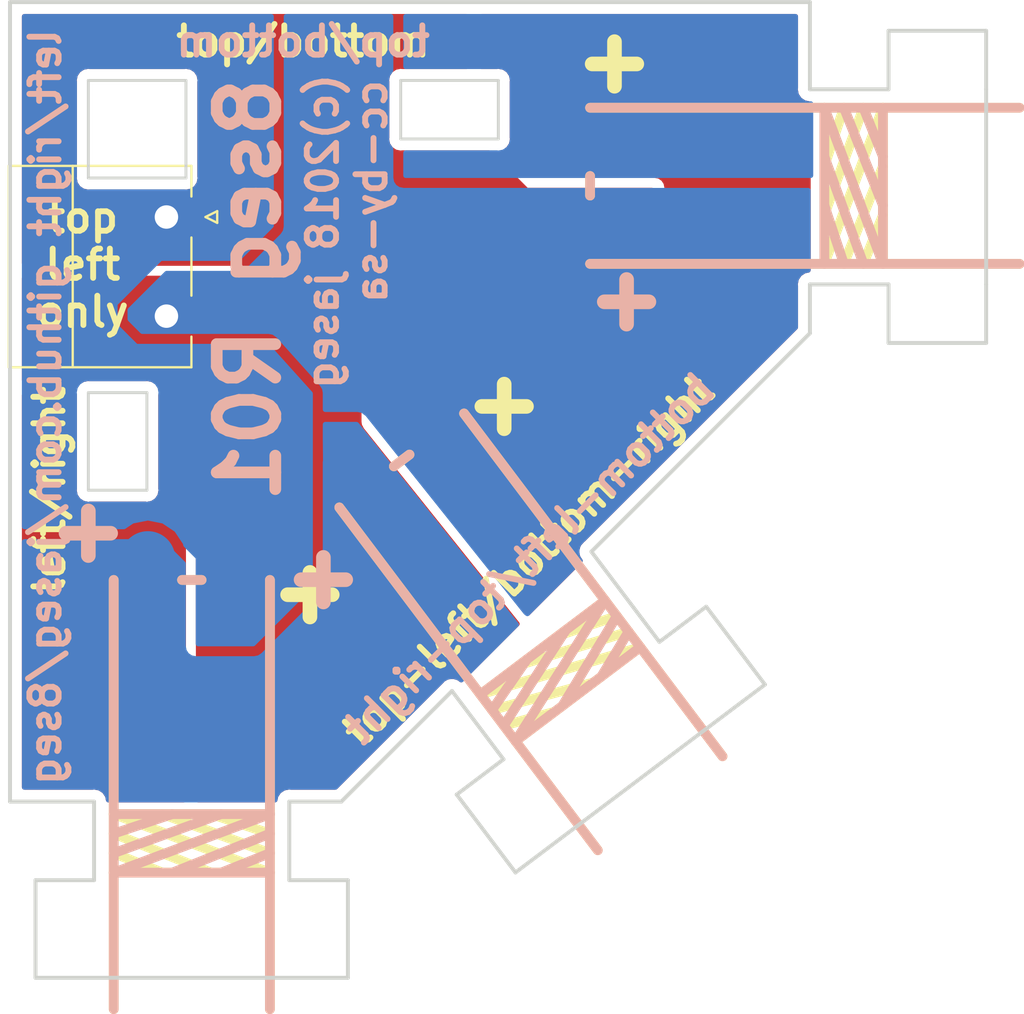
<source format=kicad_pcb>
(kicad_pcb (version 20171130) (host pcbnew "(5.0.1)")

  (general
    (thickness 1.6)
    (drawings 62)
    (tracks 0)
    (zones 0)
    (modules 7)
    (nets 5)
  )

  (page A4)
  (layers
    (0 F.Cu signal)
    (31 B.Cu signal)
    (32 B.Adhes user)
    (33 F.Adhes user)
    (34 B.Paste user)
    (35 F.Paste user)
    (36 B.SilkS user)
    (37 F.SilkS user)
    (38 B.Mask user)
    (39 F.Mask user)
    (40 Dwgs.User user)
    (41 Cmts.User user)
    (42 Eco1.User user)
    (43 Eco2.User user)
    (44 Edge.Cuts user)
    (45 Margin user)
    (46 B.CrtYd user)
    (47 F.CrtYd user)
    (48 B.Fab user)
    (49 F.Fab user)
  )

  (setup
    (last_trace_width 0.25)
    (trace_clearance 0.2)
    (zone_clearance 0.508)
    (zone_45_only no)
    (trace_min 0.2)
    (segment_width 0.2)
    (edge_width 0.15)
    (via_size 0.8)
    (via_drill 0.4)
    (via_min_size 0.4)
    (via_min_drill 0.3)
    (uvia_size 0.3)
    (uvia_drill 0.1)
    (uvias_allowed no)
    (uvia_min_size 0.2)
    (uvia_min_drill 0.1)
    (pcb_text_width 0.3)
    (pcb_text_size 1.5 1.5)
    (mod_edge_width 0.15)
    (mod_text_size 1 1)
    (mod_text_width 0.15)
    (pad_size 2.8 5)
    (pad_drill 0)
    (pad_to_mask_clearance 0.051)
    (solder_mask_min_width 0.25)
    (aux_axis_origin 0 0)
    (visible_elements FFFFFF7F)
    (pcbplotparams
      (layerselection 0x010fc_ffffffff)
      (usegerberextensions false)
      (usegerberattributes false)
      (usegerberadvancedattributes false)
      (creategerberjobfile false)
      (excludeedgelayer true)
      (linewidth 0.100000)
      (plotframeref false)
      (viasonmask false)
      (mode 1)
      (useauxorigin false)
      (hpglpennumber 1)
      (hpglpenspeed 20)
      (hpglpendiameter 15.000000)
      (psnegative false)
      (psa4output false)
      (plotreference true)
      (plotvalue true)
      (plotinvisibletext false)
      (padsonsilk false)
      (subtractmaskfromsilk false)
      (outputformat 1)
      (mirror false)
      (drillshape 1)
      (scaleselection 1)
      (outputdirectory ""))
  )

  (net 0 "")
  (net 1 /A)
  (net 2 /B)
  (net 3 /C)
  (net 4 /D)

  (net_class Default "This is the default net class."
    (clearance 0.2)
    (trace_width 0.25)
    (via_dia 0.8)
    (via_drill 0.4)
    (uvia_dia 0.3)
    (uvia_drill 0.1)
    (add_net /A)
    (add_net /B)
    (add_net /C)
    (add_net /D)
  )

  (module footprints:led_tape_3528_2835 (layer B.Cu) (tedit 5BF8B34C) (tstamp 5C0C2A5E)
    (at 165.05 58.475 217)
    (path /5C191348)
    (fp_text reference J2 (at 0 -0.5 217) (layer B.SilkS) hide
      (effects (font (size 1 1) (thickness 0.15)) (justify mirror))
    )
    (fp_text value Conn_01x02 (at 0 0.5 217) (layer B.Fab) hide
      (effects (font (size 1 1) (thickness 0.15)) (justify mirror))
    )
    (fp_line (start -0.5 0) (end 0.5 0) (layer B.SilkS) (width 0.5))
    (fp_line (start 4 -22) (end 4 0) (layer B.SilkS) (width 0.5))
    (fp_line (start -4 0) (end -4 -21.999999) (layer B.SilkS) (width 0.5))
    (fp_line (start -4 -15) (end 3.999999 -15) (layer B.SilkS) (width 0.5))
    (fp_line (start 3.999999 -15) (end -4 -12) (layer B.SilkS) (width 0.5))
    (fp_line (start -4 -12) (end 4 -12) (layer B.SilkS) (width 0.5))
    (fp_line (start 4 -14) (end -1.5 -12) (layer B.SilkS) (width 0.5))
    (fp_line (start 1 -12) (end 3.999999 -13) (layer B.SilkS) (width 0.5))
    (fp_line (start -4 -14) (end -1.5 -15) (layer B.SilkS) (width 0.5))
    (fp_line (start -4 -13) (end 1 -15) (layer B.SilkS) (width 0.5))
    (pad 2 smd oval (at 2.25 0 217) (size 2.8 5) (layers B.Cu B.Paste B.Mask)
      (net 2 /B))
    (pad 1 smd oval (at -2.25 0 217) (size 2.8 5) (layers B.Cu B.Paste B.Mask)
      (net 1 /A))
  )

  (module footprints:led_tape_3528_2835 (layer B.Cu) (tedit 5BF8B351) (tstamp 5C0C2A12)
    (at 174.7 44.4 270)
    (path /5C1913C4)
    (fp_text reference J1 (at 0 -0.5 270) (layer B.SilkS) hide
      (effects (font (size 1 1) (thickness 0.15)) (justify mirror))
    )
    (fp_text value Conn_01x02 (at 0 0.5 270) (layer B.Fab) hide
      (effects (font (size 1 1) (thickness 0.15)) (justify mirror))
    )
    (fp_line (start -4 -13) (end 1 -15) (layer B.SilkS) (width 0.5))
    (fp_line (start -4 -14) (end -1.5 -15) (layer B.SilkS) (width 0.5))
    (fp_line (start 1 -12) (end 4 -13) (layer B.SilkS) (width 0.5))
    (fp_line (start 4 -14) (end -1.5 -12) (layer B.SilkS) (width 0.5))
    (fp_line (start -4 -12) (end 4 -12) (layer B.SilkS) (width 0.5))
    (fp_line (start 4 -15) (end -4 -12) (layer B.SilkS) (width 0.5))
    (fp_line (start -4 -15) (end 4 -15) (layer B.SilkS) (width 0.5))
    (fp_line (start -4 0) (end -4 -22) (layer B.SilkS) (width 0.5))
    (fp_line (start 4 -22) (end 4 0) (layer B.SilkS) (width 0.5))
    (fp_line (start -0.5 0) (end 0.5 0) (layer B.SilkS) (width 0.5))
    (pad 1 smd oval (at -2.25 0 270) (size 2.8 5) (layers B.Cu B.Paste B.Mask)
      (net 4 /D))
    (pad 2 smd oval (at 2.25 0 270) (size 2.8 5) (layers B.Cu B.Paste B.Mask)
      (net 1 /A))
  )

  (module footprints:led_tape_3528_2835 (layer F.Cu) (tedit 5BF8B35D) (tstamp 5C0C292E)
    (at 174.7 44.4 90)
    (path /5C19123A)
    (fp_text reference J3 (at 0 0.5 90) (layer F.SilkS) hide
      (effects (font (size 1 1) (thickness 0.15)))
    )
    (fp_text value Conn_01x02 (at 0 -0.5 90) (layer F.Fab) hide
      (effects (font (size 1 1) (thickness 0.15)))
    )
    (fp_line (start -0.5 0) (end 0.5 0) (layer F.SilkS) (width 0.5))
    (fp_line (start 4 22) (end 4 0) (layer F.SilkS) (width 0.5))
    (fp_line (start -4 0) (end -4 22) (layer F.SilkS) (width 0.5))
    (fp_line (start -4 15) (end 4 15) (layer F.SilkS) (width 0.5))
    (fp_line (start 4 15) (end -4 12) (layer F.SilkS) (width 0.5))
    (fp_line (start -4 12) (end 4 12) (layer F.SilkS) (width 0.5))
    (fp_line (start 4 14) (end -1.5 12) (layer F.SilkS) (width 0.5))
    (fp_line (start 1 12) (end 4 13) (layer F.SilkS) (width 0.5))
    (fp_line (start -4 14) (end -1.5 15) (layer F.SilkS) (width 0.5))
    (fp_line (start -4 13) (end 1 15) (layer F.SilkS) (width 0.5))
    (pad 2 smd oval (at 2.25 0 90) (size 2.8 5) (layers F.Cu F.Paste F.Mask)
      (net 2 /B))
    (pad 1 smd oval (at -2.25 0 90) (size 2.8 5) (layers F.Cu F.Paste F.Mask)
      (net 3 /C))
  )

  (module footprints:led_tape_3528_2835 (layer B.Cu) (tedit 5BF8B35D) (tstamp 5C0C2136)
    (at 154.3 64.6 180)
    (path /5C19123A)
    (fp_text reference J3 (at 0 -0.5 180) (layer B.SilkS) hide
      (effects (font (size 1 1) (thickness 0.15)) (justify mirror))
    )
    (fp_text value Conn_01x02 (at 0 0.5 180) (layer B.Fab) hide
      (effects (font (size 1 1) (thickness 0.15)) (justify mirror))
    )
    (fp_line (start -4 -13) (end 1 -15) (layer B.SilkS) (width 0.5))
    (fp_line (start -4 -14) (end -1.5 -15) (layer B.SilkS) (width 0.5))
    (fp_line (start 1 -12) (end 4 -13) (layer B.SilkS) (width 0.5))
    (fp_line (start 4 -14) (end -1.5 -12) (layer B.SilkS) (width 0.5))
    (fp_line (start -4 -12) (end 4 -12) (layer B.SilkS) (width 0.5))
    (fp_line (start 4 -15) (end -4 -12) (layer B.SilkS) (width 0.5))
    (fp_line (start -4 -15) (end 4 -15) (layer B.SilkS) (width 0.5))
    (fp_line (start -4 0) (end -4 -22) (layer B.SilkS) (width 0.5))
    (fp_line (start 4 -22) (end 4 0) (layer B.SilkS) (width 0.5))
    (fp_line (start -0.5 0) (end 0.5 0) (layer B.SilkS) (width 0.5))
    (pad 1 smd oval (at -2.25 0 180) (size 2.8 5) (layers B.Cu B.Paste B.Mask)
      (net 3 /C))
    (pad 2 smd oval (at 2.25 0 180) (size 2.8 5) (layers B.Cu B.Paste B.Mask)
      (net 2 /B))
  )

  (module Connectors_Phoenix:PhoenixContact_MC-G_02x5.08mm_Angled (layer F.Cu) (tedit 5BF8B364) (tstamp 5C0C24D5)
    (at 153 46 270)
    (descr "Generic Phoenix Contact connector footprint for series: MC-G; number of pins: 02; pin pitch: 5.08mm; Angled || order number: 1836189 8A 320V")
    (tags "phoenix_contact connector MC_01x02_G_5.08mm")
    (path /5C19144F)
    (fp_text reference J4 (at 3.54 -2.8 270) (layer F.SilkS) hide
      (effects (font (size 1 1) (thickness 0.15)))
    )
    (fp_text value Conn_01x02 (at 2.54 9 270) (layer F.Fab) hide
      (effects (font (size 1 1) (thickness 0.15)))
    )
    (fp_line (start -2.62 -1.28) (end -2.62 8.08) (layer F.SilkS) (width 0.12))
    (fp_line (start -2.62 8.08) (end 7.7 8.08) (layer F.SilkS) (width 0.12))
    (fp_line (start 7.7 8.08) (end 7.7 -1.28) (layer F.SilkS) (width 0.12))
    (fp_line (start -2.62 -1.28) (end -1.05 -1.28) (layer F.SilkS) (width 0.12))
    (fp_line (start 7.7 -1.28) (end 6.13 -1.28) (layer F.SilkS) (width 0.12))
    (fp_line (start 1.05 -1.28) (end 4.03 -1.28) (layer F.SilkS) (width 0.12))
    (fp_line (start -2.54 -1.2) (end -2.54 8) (layer F.Fab) (width 0.1))
    (fp_line (start -2.54 8) (end 7.62 8) (layer F.Fab) (width 0.1))
    (fp_line (start 7.62 8) (end 7.62 -1.2) (layer F.Fab) (width 0.1))
    (fp_line (start 7.62 -1.2) (end -2.54 -1.2) (layer F.Fab) (width 0.1))
    (fp_line (start -2.62 4.8) (end 7.7 4.8) (layer F.SilkS) (width 0.12))
    (fp_line (start -3.12 -2.3) (end -3.12 8.5) (layer F.CrtYd) (width 0.05))
    (fp_line (start -3.12 8.5) (end 8.12 8.5) (layer F.CrtYd) (width 0.05))
    (fp_line (start 8.12 8.5) (end 8.12 -2.3) (layer F.CrtYd) (width 0.05))
    (fp_line (start 8.12 -2.3) (end -3.12 -2.3) (layer F.CrtYd) (width 0.05))
    (fp_line (start 0.3 -2.6) (end 0 -2) (layer F.SilkS) (width 0.12))
    (fp_line (start 0 -2) (end -0.3 -2.6) (layer F.SilkS) (width 0.12))
    (fp_line (start -0.3 -2.6) (end 0.3 -2.6) (layer F.SilkS) (width 0.12))
    (fp_line (start 0.8 -1.2) (end 0 0) (layer F.Fab) (width 0.1))
    (fp_line (start 0 0) (end -0.8 -1.2) (layer F.Fab) (width 0.1))
    (fp_text user %R (at 5 3 270) (layer F.Fab) hide
      (effects (font (size 1 1) (thickness 0.15)))
    )
    (pad 1 thru_hole rect (at 0 0 270) (size 1.8 3.6) (drill 1.2) (layers *.Cu *.Mask)
      (net 3 /C))
    (pad 2 thru_hole oval (at 5.08 0 270) (size 1.8 3.6) (drill 1.2) (layers *.Cu *.Mask)
      (net 1 /A))
    (model ${KISYS3DMOD}/Connectors_Phoenix.3dshapes/PhoenixContact_MC-G_02x5.08mm_Angled.wrl
      (at (xyz 0 0 0))
      (scale (xyz 1 1 1))
      (rotate (xyz 0 0 0))
    )
  )

  (module footprints:led_tape_3528_2835 (layer F.Cu) (tedit 5BF8B34C) (tstamp 5C0C24A2)
    (at 165.05 58.475 37)
    (path /5C191348)
    (fp_text reference J2 (at 0 0.5 37) (layer F.SilkS) hide
      (effects (font (size 1 1) (thickness 0.15)))
    )
    (fp_text value Conn_01x02 (at 0 -0.5 37) (layer F.Fab) hide
      (effects (font (size 1 1) (thickness 0.15)))
    )
    (fp_line (start -4 13) (end 1 15) (layer F.SilkS) (width 0.5))
    (fp_line (start -4 14) (end -1.5 15) (layer F.SilkS) (width 0.5))
    (fp_line (start 1 12) (end 3.999999 13) (layer F.SilkS) (width 0.5))
    (fp_line (start 4 14) (end -1.5 12) (layer F.SilkS) (width 0.5))
    (fp_line (start -4 12) (end 4 12) (layer F.SilkS) (width 0.5))
    (fp_line (start 3.999999 15) (end -4 12) (layer F.SilkS) (width 0.5))
    (fp_line (start -4 15) (end 3.999999 15) (layer F.SilkS) (width 0.5))
    (fp_line (start -4 0) (end -4 21.999999) (layer F.SilkS) (width 0.5))
    (fp_line (start 4 22) (end 4 0) (layer F.SilkS) (width 0.5))
    (fp_line (start -0.5 0) (end 0.5 0) (layer F.SilkS) (width 0.5))
    (pad 1 smd oval (at -2.25 0 37) (size 2.8 5) (layers F.Cu F.Paste F.Mask)
      (net 1 /A))
    (pad 2 smd oval (at 2.25 0 37) (size 2.8 5) (layers F.Cu F.Paste F.Mask)
      (net 2 /B))
  )

  (module footprints:led_tape_3528_2835 (layer F.Cu) (tedit 5BF8B351) (tstamp 5C0C236A)
    (at 154.3 64.6)
    (path /5C1913C4)
    (fp_text reference J1 (at 0 0.5) (layer F.SilkS) hide
      (effects (font (size 1 1) (thickness 0.15)))
    )
    (fp_text value Conn_01x02 (at 0 -0.5) (layer F.Fab) hide
      (effects (font (size 1 1) (thickness 0.15)))
    )
    (fp_line (start -0.5 0) (end 0.5 0) (layer F.SilkS) (width 0.5))
    (fp_line (start 4 22) (end 4 0) (layer F.SilkS) (width 0.5))
    (fp_line (start -4 0) (end -4 22) (layer F.SilkS) (width 0.5))
    (fp_line (start -4 15) (end 4 15) (layer F.SilkS) (width 0.5))
    (fp_line (start 4 15) (end -4 12) (layer F.SilkS) (width 0.5))
    (fp_line (start -4 12) (end 4 12) (layer F.SilkS) (width 0.5))
    (fp_line (start 4 14) (end -1.5 12) (layer F.SilkS) (width 0.5))
    (fp_line (start 1 12) (end 4 13) (layer F.SilkS) (width 0.5))
    (fp_line (start -4 14) (end -1.5 15) (layer F.SilkS) (width 0.5))
    (fp_line (start -4 13) (end 1 15) (layer F.SilkS) (width 0.5))
    (pad 2 smd oval (at 2.25 0) (size 2.8 5) (layers F.Cu F.Paste F.Mask)
      (net 1 /A))
    (pad 1 smd oval (at -2.25 0) (size 2.8 5) (layers F.Cu F.Paste F.Mask)
      (net 4 /D))
  )

  (gr_text github.com/jaseg/8seg (at 146.8 61.72 90) (layer B.SilkS)
    (effects (font (size 1.5 1.5) (thickness 0.3)) (justify mirror))
  )
  (gr_text cc-by-sa (at 163.5 44.7 90) (layer B.SilkS)
    (effects (font (size 1.5 1.5) (thickness 0.3)) (justify mirror))
  )
  (gr_text "(c)2018 jaseg" (at 161.01 46.74 90) (layer B.SilkS)
    (effects (font (size 1.5 1.5) (thickness 0.3)) (justify mirror))
  )
  (gr_text "8seg R01" (at 157.22 49.73 90) (layer B.SilkS) (tstamp 5C2A721C)
    (effects (font (size 3 3) (thickness 0.6)) (justify mirror))
  )
  (gr_text "top\nleft\nonly" (at 148.71 48.44) (layer F.SilkS) (tstamp 5C2A6F85)
    (effects (font (size 1.5 1.5) (thickness 0.3)))
  )
  (gr_text bottom-left/top-right (at 171.6 63.49 45) (layer B.SilkS) (tstamp 5C2A6E5E)
    (effects (font (size 1.5 1.5) (thickness 0.3)) (justify mirror))
  )
  (gr_text top-left/bottom-right (at 171.53 63.63 45) (layer F.SilkS)
    (effects (font (size 1.5 1.5) (thickness 0.3)))
  )
  (gr_text left/right (at 146.8 41.69 90) (layer B.SilkS) (tstamp 5C0C2FFA)
    (effects (font (size 1.5 1.5) (thickness 0.3)) (justify mirror))
  )
  (gr_text left/right (at 147 60 90) (layer F.SilkS) (tstamp 5C0C2FF5)
    (effects (font (size 1.5 1.5) (thickness 0.3)))
  )
  (gr_text + (at 149 62) (layer B.SilkS) (tstamp 5C0C2FEF)
    (effects (font (size 3 3) (thickness 0.75)) (justify mirror))
  )
  (gr_text + (at 161.04 64.38) (layer B.SilkS) (tstamp 5C0C2FED)
    (effects (font (size 3 3) (thickness 0.75)) (justify mirror))
  )
  (gr_text + (at 176.57 50.14) (layer B.SilkS) (tstamp 5C0C2FE3)
    (effects (font (size 3 3) (thickness 0.75)) (justify mirror))
  )
  (gr_text + (at 170.3 55.5) (layer F.SilkS) (tstamp 5C0C2FCF)
    (effects (font (size 3 3) (thickness 0.75)))
  )
  (gr_text + (at 160.35 65.15) (layer F.SilkS) (tstamp 5C0C2FBD)
    (effects (font (size 3 3) (thickness 0.75)))
  )
  (gr_text + (at 175.95 37.95) (layer F.SilkS)
    (effects (font (size 3 3) (thickness 0.75)))
  )
  (gr_text top/bottom (at 160 37) (layer F.SilkS) (tstamp 5C0C2FB4)
    (effects (font (size 1.5 1.5) (thickness 0.3)))
  )
  (gr_text top/bottom (at 160 37) (layer B.SilkS)
    (effects (font (size 1.5 1.5) (thickness 0.3)) (justify mirror))
  )
  (gr_line (start 152 60) (end 152 55) (layer Edge.Cuts) (width 0.15))
  (gr_line (start 149 60) (end 152 60) (layer Edge.Cuts) (width 0.15))
  (gr_line (start 149 55) (end 152 55) (layer Edge.Cuts) (width 0.15))
  (gr_line (start 149 55) (end 149 60) (layer Edge.Cuts) (width 0.15))
  (gr_line (start 149 44) (end 149 39) (layer Edge.Cuts) (width 0.15))
  (gr_line (start 154 44) (end 149 44) (layer Edge.Cuts) (width 0.15))
  (gr_line (start 154 39) (end 154 44) (layer Edge.Cuts) (width 0.15))
  (gr_line (start 149 39) (end 154 39) (layer Edge.Cuts) (width 0.15))
  (gr_line (start 170 42) (end 170 39) (layer Edge.Cuts) (width 0.15))
  (gr_line (start 165 42) (end 170 42) (layer Edge.Cuts) (width 0.15))
  (gr_line (start 165 39) (end 165 42) (layer Edge.Cuts) (width 0.15))
  (gr_line (start 170 39) (end 165 39) (layer Edge.Cuts) (width 0.15))
  (gr_line (start 149.29395 75.958126) (end 149.29395 79.986826) (layer Edge.Cuts) (width 0.2))
  (gr_line (start 189.988102 36.455114) (end 189.988102 39.455454) (layer Edge.Cuts) (width 0.2))
  (gr_line (start 144.98827 75.958126) (end 149.29395 75.958126) (layer Edge.Cuts) (width 0.2))
  (gr_line (start 178.251871 67.773615) (end 174.767321 63.149615) (layer Edge.Cuts) (width 0.2))
  (gr_line (start 189.988102 52.455175) (end 194.988312 52.455175) (layer Edge.Cuts) (width 0.2))
  (gr_line (start 194.988312 36.455114) (end 189.988102 36.455114) (layer Edge.Cuts) (width 0.2))
  (gr_line (start 167.869041 75.596916) (end 170.878671 79.590466) (layer Edge.Cuts) (width 0.2))
  (gr_line (start 146.29414 79.986816) (end 146.29414 84.987036) (layer Edge.Cuts) (width 0.2))
  (gr_line (start 149.29395 79.986826) (end 146.29414 79.986816) (layer Edge.Cuts) (width 0.2))
  (gr_line (start 189.988102 49.455355) (end 189.988102 52.455175) (layer Edge.Cuts) (width 0.2))
  (gr_line (start 167.626681 70.290255) (end 170.265271 73.791346) (layer Edge.Cuts) (width 0.2))
  (gr_line (start 185.959412 34.986984) (end 144.98827 34.986974) (layer Edge.Cuts) (width 0.2))
  (gr_line (start 174.767321 63.149615) (end 185.959412 51.957535) (layer Edge.Cuts) (width 0.2))
  (gr_line (start 189.988102 39.455454) (end 185.959412 39.455454) (layer Edge.Cuts) (width 0.2))
  (gr_line (start 170.878671 79.590466) (end 173.274391 77.784896) (layer Edge.Cuts) (width 0.2))
  (gr_line (start 180.647581 65.968045) (end 178.251871 67.773615) (layer Edge.Cuts) (width 0.2))
  (gr_line (start 173.274391 77.784896) (end 181.260981 71.766655) (layer Edge.Cuts) (width 0.2))
  (gr_line (start 162.294191 79.986826) (end 159.294381 79.986826) (layer Edge.Cuts) (width 0.2))
  (gr_line (start 194.988312 49.455355) (end 194.988312 39.455444) (layer Edge.Cuts) (width 0.2))
  (gr_line (start 181.260981 71.766655) (end 183.656702 69.961595) (layer Edge.Cuts) (width 0.2))
  (gr_line (start 159.294381 79.986826) (end 159.294381 75.958126) (layer Edge.Cuts) (width 0.2))
  (gr_line (start 185.959412 49.455355) (end 189.988102 49.455355) (layer Edge.Cuts) (width 0.2))
  (gr_line (start 146.29414 84.987036) (end 162.294191 84.987036) (layer Edge.Cuts) (width 0.2))
  (gr_line (start 170.265271 73.791346) (end 167.869041 75.596916) (layer Edge.Cuts) (width 0.2))
  (gr_line (start 162.294191 84.987036) (end 162.294191 79.986826) (layer Edge.Cuts) (width 0.2))
  (gr_line (start 144.98827 34.986974) (end 144.98827 75.958126) (layer Edge.Cuts) (width 0.2))
  (gr_line (start 194.988312 39.455444) (end 194.988312 36.455114) (layer Edge.Cuts) (width 0.2))
  (gr_line (start 159.294381 75.958126) (end 161.959331 75.958126) (layer Edge.Cuts) (width 0.2))
  (gr_line (start 194.988312 52.455175) (end 194.988312 49.455355) (layer Edge.Cuts) (width 0.2))
  (gr_line (start 185.959412 51.957535) (end 185.959412 49.455355) (layer Edge.Cuts) (width 0.2))
  (gr_line (start 161.959331 75.958126) (end 167.626681 70.290255) (layer Edge.Cuts) (width 0.2))
  (gr_line (start 185.959412 39.455454) (end 185.959412 34.986984) (layer Edge.Cuts) (width 0.2))
  (gr_line (start 183.656702 69.961595) (end 180.647581 65.968045) (layer Edge.Cuts) (width 0.2))

  (zone (net 4) (net_name /D) (layer F.Cu) (tstamp 0) (hatch edge 0.508)
    (priority 1)
    (connect_pads yes (clearance 0.508))
    (min_thickness 0.254)
    (fill yes (arc_segments 16) (thermal_gap 0.508) (thermal_bridge_width 0.508))
    (polygon
      (pts
        (xy 145 76) (xy 154 76) (xy 154 55) (xy 145 55)
      )
    )
    (filled_polygon
      (pts
        (xy 148.290001 59.930069) (xy 148.276091 60) (xy 148.331195 60.277028) (xy 148.488119 60.511881) (xy 148.722972 60.668805)
        (xy 148.930074 60.71) (xy 148.930075 60.71) (xy 149 60.723909) (xy 149.069926 60.71) (xy 151.930074 60.71)
        (xy 152 60.723909) (xy 152.069925 60.71) (xy 152.069926 60.71) (xy 152.277028 60.668805) (xy 152.511881 60.511881)
        (xy 152.668805 60.277028) (xy 152.723909 60) (xy 152.71 59.930074) (xy 152.71 55.127) (xy 153.873 55.127)
        (xy 153.873 75.873) (xy 150.026416 75.873) (xy 149.986304 75.671343) (xy 149.823855 75.428221) (xy 149.580733 75.265772)
        (xy 149.366338 75.223126) (xy 149.29395 75.208727) (xy 149.221562 75.223126) (xy 145.72327 75.223126) (xy 145.72327 55.127)
        (xy 148.29 55.127)
      )
    )
  )
  (zone (net 3) (net_name /C) (layer F.Cu) (tstamp 0) (hatch edge 0.508)
    (priority 2)
    (connect_pads yes (clearance 0.508))
    (min_thickness 0.254)
    (fill yes (arc_segments 16) (thermal_gap 0.508) (thermal_bridge_width 0.508))
    (polygon
      (pts
        (xy 145 48.5) (xy 161 48.5) (xy 163 50.5) (xy 175 50.5) (xy 178 47.5)
        (xy 178 44.5) (xy 171.5 44.5) (xy 168.5 41.5) (xy 168.5 35) (xy 145 35)
      )
    )
    (filled_polygon
      (pts
        (xy 168.373 35.721979) (xy 168.373 38.29) (xy 165.069925 38.29) (xy 165 38.276091) (xy 164.930074 38.29)
        (xy 164.722972 38.331195) (xy 164.488119 38.488119) (xy 164.331195 38.722972) (xy 164.276091 39) (xy 164.29 39.069926)
        (xy 164.290001 41.93007) (xy 164.276091 42) (xy 164.331195 42.277028) (xy 164.488119 42.511881) (xy 164.722972 42.668805)
        (xy 164.930074 42.71) (xy 164.930075 42.71) (xy 165 42.723909) (xy 165.069926 42.71) (xy 169.530394 42.71)
        (xy 171.410197 44.589803) (xy 171.451399 44.617333) (xy 171.5 44.627) (xy 177.873 44.627) (xy 177.873 47.447394)
        (xy 174.947394 50.373) (xy 163.052606 50.373) (xy 161.089803 48.410197) (xy 161.048601 48.382667) (xy 161 48.373)
        (xy 145.72327 48.373) (xy 145.72327 39) (xy 148.276091 39) (xy 148.290001 39.069931) (xy 148.29 43.930074)
        (xy 148.276091 44) (xy 148.331195 44.277028) (xy 148.488119 44.511881) (xy 148.722972 44.668805) (xy 149 44.723909)
        (xy 149.069925 44.71) (xy 153.930075 44.71) (xy 154 44.723909) (xy 154.277028 44.668805) (xy 154.511881 44.511881)
        (xy 154.668805 44.277028) (xy 154.71 44.069926) (xy 154.71 44.069925) (xy 154.723909 44) (xy 154.71 43.930074)
        (xy 154.71 39.069926) (xy 154.723909 39) (xy 154.668805 38.722972) (xy 154.511881 38.488119) (xy 154.277028 38.331195)
        (xy 154.069926 38.29) (xy 154.069925 38.29) (xy 154 38.276091) (xy 153.930074 38.29) (xy 149.069926 38.29)
        (xy 149 38.276091) (xy 148.930075 38.29) (xy 148.930074 38.29) (xy 148.722972 38.331195) (xy 148.488119 38.488119)
        (xy 148.331195 38.722972) (xy 148.276091 39) (xy 145.72327 39) (xy 145.72327 35.721973)
      )
    )
  )
  (zone (net 1) (net_name /A) (layer F.Cu) (tstamp 0) (hatch edge 0.508)
    (connect_pads yes (clearance 0.508))
    (min_thickness 0.254)
    (fill yes (arc_segments 16) (thermal_gap 0.508) (thermal_bridge_width 0.508))
    (polygon
      (pts
        (xy 145 48.5) (xy 145 76) (xy 162 76) (xy 175 63) (xy 164 51.5)
        (xy 161 48.5)
      )
    )
    (filled_polygon
      (pts
        (xy 162.550987 50.949013) (xy 162.756996 51.086664) (xy 162.865 51.108147) (xy 162.865 56.5) (xy 162.890089 56.676732)
        (xy 163.004148 56.896681) (xy 170.968399 66.851995) (xy 168.098716 69.721678) (xy 168.077724 69.707653) (xy 168.00699 69.644529)
        (xy 167.957245 69.627161) (xy 167.913431 69.597888) (xy 167.820438 69.579395) (xy 167.730932 69.548144) (xy 167.678329 69.551134)
        (xy 167.626646 69.540856) (xy 167.533654 69.559358) (xy 167.439004 69.564738) (xy 167.391548 69.587631) (xy 167.339867 69.597914)
        (xy 167.261034 69.650593) (xy 167.175646 69.691786) (xy 167.092208 69.785282) (xy 161.654864 75.223126) (xy 159.366769 75.223126)
        (xy 159.294381 75.208727) (xy 159.221993 75.223126) (xy 159.007598 75.265772) (xy 158.764476 75.428221) (xy 158.602027 75.671343)
        (xy 158.561915 75.873) (xy 154.635 75.873) (xy 154.635 55) (xy 154.586664 54.756996) (xy 154.449013 54.550987)
        (xy 154.243004 54.413336) (xy 154 54.365) (xy 152.327621 54.365) (xy 152.277028 54.331195) (xy 152.069926 54.29)
        (xy 152 54.276091) (xy 151.930075 54.29) (xy 149.069925 54.29) (xy 149 54.276091) (xy 148.930074 54.29)
        (xy 148.722972 54.331195) (xy 148.672379 54.365) (xy 145.72327 54.365) (xy 145.72327 49.135) (xy 160.736974 49.135)
      )
    )
  )
  (zone (net 2) (net_name /B) (layer F.Cu) (tstamp 0) (hatch edge 0.508)
    (priority 1)
    (connect_pads yes (clearance 0.508))
    (min_thickness 0.254)
    (fill yes (arc_segments 16) (thermal_gap 0.508) (thermal_bridge_width 0.508))
    (polygon
      (pts
        (xy 168.5 51) (xy 163.5 51) (xy 163.5 56.5) (xy 171.5 66.5) (xy 186 52)
        (xy 186 35) (xy 168.5 35)
      )
    )
    (filled_polygon
      (pts
        (xy 185.224413 35.721984) (xy 185.224412 39.383066) (xy 185.210013 39.455454) (xy 185.267058 39.742237) (xy 185.4295 39.985349)
        (xy 185.429507 39.985359) (xy 185.672629 40.147808) (xy 185.873 40.187664) (xy 185.873 48.723145) (xy 185.672629 48.763001)
        (xy 185.429507 48.92545) (xy 185.267058 49.168572) (xy 185.210013 49.455355) (xy 185.224413 49.527748) (xy 185.224412 51.653088)
        (xy 174.335731 62.541759) (xy 174.316312 62.551126) (xy 174.232855 62.644635) (xy 174.196412 62.681078) (xy 174.184743 62.698542)
        (xy 174.121611 62.769278) (xy 174.10424 62.819022) (xy 174.074967 62.862833) (xy 174.056471 62.955821) (xy 174.025214 63.045331)
        (xy 174.028202 63.097938) (xy 174.017923 63.149615) (xy 174.036419 63.242603) (xy 174.041796 63.33726) (xy 174.064688 63.384718)
        (xy 174.074967 63.436396) (xy 174.127639 63.515226) (xy 174.136766 63.534147) (xy 174.16779 63.575315) (xy 174.198747 63.621647)
        (xy 171.51053 66.309864) (xy 163.627 56.455452) (xy 163.627 51.135) (xy 175 51.135) (xy 175.243004 51.086664)
        (xy 175.449013 50.949013) (xy 178.449013 47.949013) (xy 178.586664 47.743004) (xy 178.635 47.5) (xy 178.635 44.5)
        (xy 178.586664 44.256996) (xy 178.449013 44.050987) (xy 178.243004 43.913336) (xy 178 43.865) (xy 171.763026 43.865)
        (xy 170.450752 42.552726) (xy 170.511881 42.511881) (xy 170.668805 42.277028) (xy 170.723909 42) (xy 170.71 41.930074)
        (xy 170.71 39.069926) (xy 170.723909 39) (xy 170.668805 38.722972) (xy 170.511881 38.488119) (xy 170.277028 38.331195)
        (xy 170.069926 38.29) (xy 170 38.276091) (xy 169.930075 38.29) (xy 169.135 38.29) (xy 169.135 35.721979)
      )
    )
  )
  (zone (net 4) (net_name /D) (layer B.Cu) (tstamp 5C0C2CB9) (hatch edge 0.508)
    (priority 1)
    (connect_pads yes (clearance 0.508))
    (min_thickness 0.254)
    (fill yes (arc_segments 16) (thermal_gap 0.508) (thermal_bridge_width 0.508))
    (polygon
      (pts
        (xy 186.129934 35) (xy 186.129934 44) (xy 165.129934 44) (xy 165.129934 35)
      )
    )
    (filled_polygon
      (pts
        (xy 185.224413 35.721984) (xy 185.224412 39.383066) (xy 185.210013 39.455454) (xy 185.267058 39.742237) (xy 185.4295 39.985349)
        (xy 185.429507 39.985359) (xy 185.672629 40.147808) (xy 185.959412 40.204853) (xy 186.002934 40.196196) (xy 186.002934 43.873)
        (xy 165.256934 43.873) (xy 165.256934 42.71) (xy 169.930074 42.71) (xy 170 42.723909) (xy 170.069925 42.71)
        (xy 170.069926 42.71) (xy 170.277028 42.668805) (xy 170.511881 42.511881) (xy 170.668805 42.277028) (xy 170.723909 42)
        (xy 170.71 41.930074) (xy 170.71 39.069926) (xy 170.723909 39) (xy 170.668805 38.722972) (xy 170.511881 38.488119)
        (xy 170.277028 38.331195) (xy 170.069926 38.29) (xy 170 38.276091) (xy 169.930075 38.29) (xy 165.256934 38.29)
        (xy 165.256934 35.721978)
      )
    )
  )
  (zone (net 1) (net_name /A) (layer B.Cu) (tstamp 5C0C2D06) (hatch edge 0.508)
    (connect_pads yes (clearance 0.508))
    (min_thickness 0.254)
    (fill yes (arc_segments 16) (thermal_gap 0.508) (thermal_bridge_width 0.508))
    (polygon
      (pts
        (xy 150.5 49) (xy 158.5 34.959263) (xy 186 34.959263) (xy 186 51.959263) (xy 171.5 66.5)
        (xy 160 57.5) (xy 150.5 57.5)
      )
    )
    (filled_polygon
      (pts
        (xy 164.494934 35.721978) (xy 164.494934 38.483565) (xy 164.488119 38.488119) (xy 164.331195 38.722972) (xy 164.276091 39)
        (xy 164.29 39.069926) (xy 164.290001 41.93007) (xy 164.276091 42) (xy 164.331195 42.277028) (xy 164.488119 42.511881)
        (xy 164.494934 42.516435) (xy 164.494934 44) (xy 164.54327 44.243004) (xy 164.680921 44.449013) (xy 164.88693 44.586664)
        (xy 165.129934 44.635) (xy 185.873 44.635) (xy 185.873 48.723145) (xy 185.672629 48.763001) (xy 185.429507 48.92545)
        (xy 185.267058 49.168572) (xy 185.210013 49.455355) (xy 185.224413 49.527748) (xy 185.224412 51.653088) (xy 174.335731 62.541759)
        (xy 174.316312 62.551126) (xy 174.232855 62.644635) (xy 174.196412 62.681078) (xy 174.184743 62.698542) (xy 174.121611 62.769278)
        (xy 174.10424 62.819022) (xy 174.074967 62.862833) (xy 174.056471 62.955821) (xy 174.025214 63.045331) (xy 174.028202 63.097938)
        (xy 174.017923 63.149615) (xy 174.036419 63.242603) (xy 174.041796 63.33726) (xy 174.064688 63.384718) (xy 174.074967 63.436396)
        (xy 174.127639 63.515226) (xy 174.136766 63.534147) (xy 174.16779 63.575315) (xy 174.195613 63.616956) (xy 171.489588 66.330583)
        (xy 171.405436 66.264725) (xy 163.296317 56.103901) (xy 163.043004 55.913336) (xy 162.8 55.865) (xy 161.135 55.865)
        (xy 161.135 55) (xy 161.098625 54.788166) (xy 160.971992 54.575207) (xy 158.721992 52.075207) (xy 158.493004 51.913336)
        (xy 158.25 51.865) (xy 151.763026 51.865) (xy 151.135 51.236974) (xy 151.135 50.763026) (xy 153.013026 48.885)
        (xy 156.75 48.885) (xy 156.993004 48.836664) (xy 157.199013 48.699013) (xy 158.949013 46.949013) (xy 159.086664 46.743004)
        (xy 159.135 46.5) (xy 159.135 35.721977)
      )
    )
  )
  (zone (net 3) (net_name /C) (layer B.Cu) (tstamp 5C0C2D2E) (hatch edge 0.508)
    (priority 2)
    (connect_pads yes (clearance 0.508))
    (min_thickness 0.254)
    (fill yes (arc_segments 16) (thermal_gap 0.508) (thermal_bridge_width 0.508))
    (polygon
      (pts
        (xy 158.5 35) (xy 158.5 46.5) (xy 156.75 48.25) (xy 152.75 48.25) (xy 150.5 50.5)
        (xy 150.5 51.5) (xy 151.5 52.5) (xy 158.25 52.5) (xy 160.5 55) (xy 160.5 65)
        (xy 157.5 68) (xy 154.5 68) (xy 154.5 63.5) (xy 153 62) (xy 145 62)
        (xy 145 35)
      )
    )
    (filled_polygon
      (pts
        (xy 158.373 35.721977) (xy 158.373 46.447394) (xy 156.697394 48.123) (xy 152.75 48.123) (xy 152.701399 48.132667)
        (xy 152.660197 48.160197) (xy 150.410197 50.410197) (xy 150.382667 50.451399) (xy 150.373 50.5) (xy 150.373 51.5)
        (xy 150.382667 51.548601) (xy 150.410197 51.589803) (xy 150.965659 52.145265) (xy 150.993327 52.186673) (xy 151.034735 52.214341)
        (xy 151.410197 52.589803) (xy 151.451399 52.617333) (xy 151.5 52.627) (xy 158.193439 52.627) (xy 160.373 55.048735)
        (xy 160.373 64.947394) (xy 157.447394 67.873) (xy 154.627 67.873) (xy 154.627 63.5) (xy 154.617333 63.451399)
        (xy 154.589803 63.410197) (xy 153.987125 62.807519) (xy 153.966928 62.705982) (xy 153.517153 62.032847) (xy 152.844018 61.583072)
        (xy 152.05 61.425132) (xy 151.255983 61.583072) (xy 150.822076 61.873) (xy 145.72327 61.873) (xy 145.72327 55)
        (xy 148.276091 55) (xy 148.29 55.069926) (xy 148.290001 59.930069) (xy 148.276091 60) (xy 148.331195 60.277028)
        (xy 148.488119 60.511881) (xy 148.722972 60.668805) (xy 148.930074 60.71) (xy 148.930075 60.71) (xy 149 60.723909)
        (xy 149.069926 60.71) (xy 151.930074 60.71) (xy 152 60.723909) (xy 152.069925 60.71) (xy 152.069926 60.71)
        (xy 152.277028 60.668805) (xy 152.511881 60.511881) (xy 152.668805 60.277028) (xy 152.723909 60) (xy 152.71 59.930074)
        (xy 152.71 55.069926) (xy 152.723909 55) (xy 152.668805 54.722972) (xy 152.511881 54.488119) (xy 152.277028 54.331195)
        (xy 152.069926 54.29) (xy 152 54.276091) (xy 151.930075 54.29) (xy 149.069925 54.29) (xy 149 54.276091)
        (xy 148.930074 54.29) (xy 148.722972 54.331195) (xy 148.488119 54.488119) (xy 148.331195 54.722972) (xy 148.276091 55)
        (xy 145.72327 55) (xy 145.72327 39) (xy 148.276091 39) (xy 148.290001 39.069931) (xy 148.29 43.930074)
        (xy 148.276091 44) (xy 148.331195 44.277028) (xy 148.488119 44.511881) (xy 148.722972 44.668805) (xy 149 44.723909)
        (xy 149.069925 44.71) (xy 153.930075 44.71) (xy 154 44.723909) (xy 154.277028 44.668805) (xy 154.511881 44.511881)
        (xy 154.668805 44.277028) (xy 154.71 44.069926) (xy 154.71 44.069925) (xy 154.723909 44) (xy 154.71 43.930074)
        (xy 154.71 39.069926) (xy 154.723909 39) (xy 154.668805 38.722972) (xy 154.511881 38.488119) (xy 154.277028 38.331195)
        (xy 154.069926 38.29) (xy 154.069925 38.29) (xy 154 38.276091) (xy 153.930074 38.29) (xy 149.069926 38.29)
        (xy 149 38.276091) (xy 148.930075 38.29) (xy 148.930074 38.29) (xy 148.722972 38.331195) (xy 148.488119 38.488119)
        (xy 148.331195 38.722972) (xy 148.276091 39) (xy 145.72327 39) (xy 145.72327 35.721973)
      )
    )
  )
  (zone (net 2) (net_name /B) (layer B.Cu) (tstamp 5C0C2D9B) (hatch edge 0.508)
    (priority 1)
    (connect_pads yes (clearance 0.508))
    (min_thickness 0.254)
    (fill yes (arc_segments 16) (thermal_gap 0.508) (thermal_bridge_width 0.508))
    (polygon
      (pts
        (xy 161.019423 58.5) (xy 161 56.5) (xy 162.8 56.5) (xy 171.1 66.9) (xy 162.019423 76)
        (xy 145.019423 76) (xy 145.019423 58.5)
      )
    )
    (filled_polygon
      (pts
        (xy 170.929991 66.890575) (xy 168.102445 69.724169) (xy 168.077724 69.707653) (xy 168.00699 69.644529) (xy 167.957245 69.627161)
        (xy 167.913431 69.597888) (xy 167.820438 69.579395) (xy 167.730932 69.548144) (xy 167.678329 69.551134) (xy 167.626646 69.540856)
        (xy 167.533654 69.559358) (xy 167.439004 69.564738) (xy 167.391548 69.587631) (xy 167.339867 69.597914) (xy 167.261034 69.650593)
        (xy 167.175646 69.691786) (xy 167.092208 69.785282) (xy 161.654864 75.223126) (xy 159.366769 75.223126) (xy 159.294381 75.208727)
        (xy 159.221993 75.223126) (xy 159.007598 75.265772) (xy 158.764476 75.428221) (xy 158.602027 75.671343) (xy 158.561915 75.873)
        (xy 150.026416 75.873) (xy 149.986304 75.671343) (xy 149.823855 75.428221) (xy 149.580733 75.265772) (xy 149.366338 75.223126)
        (xy 149.29395 75.208727) (xy 149.221562 75.223126) (xy 145.72327 75.223126) (xy 145.72327 62.635) (xy 152.736974 62.635)
        (xy 153.865 63.763026) (xy 153.865 68) (xy 153.913336 68.243004) (xy 154.050987 68.449013) (xy 154.256996 68.586664)
        (xy 154.5 68.635) (xy 157.5 68.635) (xy 157.743004 68.586664) (xy 157.949013 68.449013) (xy 160.949013 65.449013)
        (xy 161.086664 65.243004) (xy 161.135 65) (xy 161.135 58.551229) (xy 161.136756 58.548601) (xy 161.146417 58.498767)
        (xy 161.135 57.323172) (xy 161.135 56.627) (xy 162.738869 56.627)
      )
    )
  )
)

</source>
